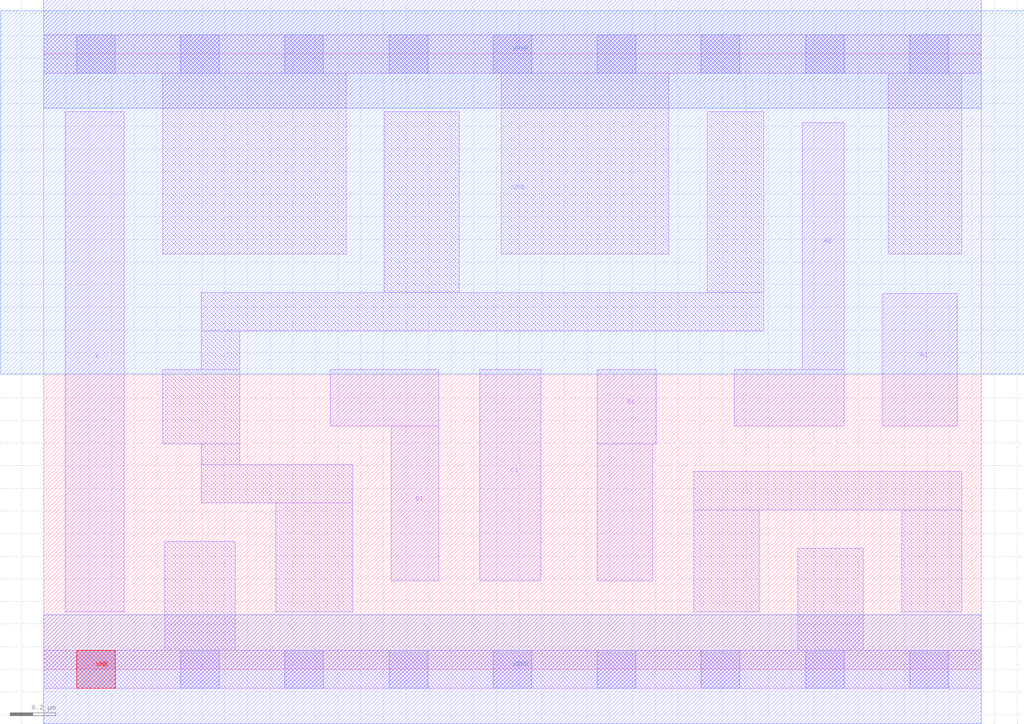
<source format=lef>
# Copyright 2020 The SkyWater PDK Authors
#
# Licensed under the Apache License, Version 2.0 (the "License");
# you may not use this file except in compliance with the License.
# You may obtain a copy of the License at
#
#     https://www.apache.org/licenses/LICENSE-2.0
#
# Unless required by applicable law or agreed to in writing, software
# distributed under the License is distributed on an "AS IS" BASIS,
# WITHOUT WARRANTIES OR CONDITIONS OF ANY KIND, either express or implied.
# See the License for the specific language governing permissions and
# limitations under the License.
#
# SPDX-License-Identifier: Apache-2.0

VERSION 5.7 ;
  NOWIREEXTENSIONATPIN ON ;
  DIVIDERCHAR "/" ;
  BUSBITCHARS "[]" ;
MACRO sky130_fd_sc_hd__o2111a_1
  CLASS CORE ;
  FOREIGN sky130_fd_sc_hd__o2111a_1 ;
  ORIGIN  0.000000  0.000000 ;
  SIZE  4.140000 BY  2.720000 ;
  SYMMETRY X Y R90 ;
  SITE unithd ;
  PIN A1
    ANTENNAGATEAREA  0.247500 ;
    DIRECTION INPUT ;
    USE SIGNAL ;
    PORT
      LAYER li1 ;
        RECT 3.705000 1.075000 4.035000 1.660000 ;
    END
  END A1
  PIN A2
    ANTENNAGATEAREA  0.247500 ;
    DIRECTION INPUT ;
    USE SIGNAL ;
    PORT
      LAYER li1 ;
        RECT 3.050000 1.075000 3.535000 1.325000 ;
        RECT 3.350000 1.325000 3.535000 2.415000 ;
    END
  END A2
  PIN B1
    ANTENNAGATEAREA  0.247500 ;
    DIRECTION INPUT ;
    USE SIGNAL ;
    PORT
      LAYER li1 ;
        RECT 2.445000 0.390000 2.690000 0.995000 ;
        RECT 2.445000 0.995000 2.705000 1.325000 ;
    END
  END B1
  PIN C1
    ANTENNAGATEAREA  0.247500 ;
    DIRECTION INPUT ;
    USE SIGNAL ;
    PORT
      LAYER li1 ;
        RECT 1.925000 0.390000 2.195000 1.325000 ;
    END
  END C1
  PIN D1
    ANTENNAGATEAREA  0.247500 ;
    DIRECTION INPUT ;
    USE SIGNAL ;
    PORT
      LAYER li1 ;
        RECT 1.265000 1.075000 1.745000 1.325000 ;
        RECT 1.535000 0.390000 1.745000 1.075000 ;
    END
  END D1
  PIN X
    ANTENNADIFFAREA  0.429000 ;
    DIRECTION OUTPUT ;
    USE SIGNAL ;
    PORT
      LAYER li1 ;
        RECT 0.095000 0.255000 0.355000 2.465000 ;
    END
  END X
  PIN VGND
    DIRECTION INOUT ;
    SHAPE ABUTMENT ;
    USE GROUND ;
    PORT
      LAYER met1 ;
        RECT 0.000000 -0.240000 4.140000 0.240000 ;
    END
  END VGND
  PIN VNB
    DIRECTION INOUT ;
    USE GROUND ;
    PORT
      LAYER pwell ;
        RECT 0.145000 -0.085000 0.315000 0.085000 ;
    END
  END VNB
  PIN VPB
    DIRECTION INOUT ;
    USE POWER ;
    PORT
      LAYER nwell ;
        RECT -0.190000 1.305000 4.330000 2.910000 ;
    END
  END VPB
  PIN VPWR
    DIRECTION INOUT ;
    SHAPE ABUTMENT ;
    USE POWER ;
    PORT
      LAYER met1 ;
        RECT 0.000000 2.480000 4.140000 2.960000 ;
    END
  END VPWR
  OBS
    LAYER li1 ;
      RECT 0.000000 -0.085000 4.140000 0.085000 ;
      RECT 0.000000  2.635000 4.140000 2.805000 ;
      RECT 0.525000  0.995000 0.865000 1.325000 ;
      RECT 0.525000  1.835000 1.335000 2.635000 ;
      RECT 0.535000  0.085000 0.845000 0.565000 ;
      RECT 0.695000  0.735000 1.365000 0.905000 ;
      RECT 0.695000  0.905000 0.865000 0.995000 ;
      RECT 0.695000  1.325000 0.865000 1.495000 ;
      RECT 0.695000  1.495000 3.180000 1.665000 ;
      RECT 1.025000  0.255000 1.365000 0.735000 ;
      RECT 1.505000  1.665000 1.835000 2.465000 ;
      RECT 2.020000  1.835000 2.760000 2.635000 ;
      RECT 2.870000  0.255000 3.160000 0.705000 ;
      RECT 2.870000  0.705000 4.055000 0.875000 ;
      RECT 2.930000  1.665000 3.180000 2.465000 ;
      RECT 3.330000  0.085000 3.620000 0.535000 ;
      RECT 3.730000  1.835000 4.055000 2.635000 ;
      RECT 3.790000  0.255000 4.055000 0.705000 ;
    LAYER mcon ;
      RECT 0.145000 -0.085000 0.315000 0.085000 ;
      RECT 0.145000  2.635000 0.315000 2.805000 ;
      RECT 0.605000 -0.085000 0.775000 0.085000 ;
      RECT 0.605000  2.635000 0.775000 2.805000 ;
      RECT 1.065000 -0.085000 1.235000 0.085000 ;
      RECT 1.065000  2.635000 1.235000 2.805000 ;
      RECT 1.525000 -0.085000 1.695000 0.085000 ;
      RECT 1.525000  2.635000 1.695000 2.805000 ;
      RECT 1.985000 -0.085000 2.155000 0.085000 ;
      RECT 1.985000  2.635000 2.155000 2.805000 ;
      RECT 2.445000 -0.085000 2.615000 0.085000 ;
      RECT 2.445000  2.635000 2.615000 2.805000 ;
      RECT 2.905000 -0.085000 3.075000 0.085000 ;
      RECT 2.905000  2.635000 3.075000 2.805000 ;
      RECT 3.365000 -0.085000 3.535000 0.085000 ;
      RECT 3.365000  2.635000 3.535000 2.805000 ;
      RECT 3.825000 -0.085000 3.995000 0.085000 ;
      RECT 3.825000  2.635000 3.995000 2.805000 ;
  END
END sky130_fd_sc_hd__o2111a_1
END LIBRARY

</source>
